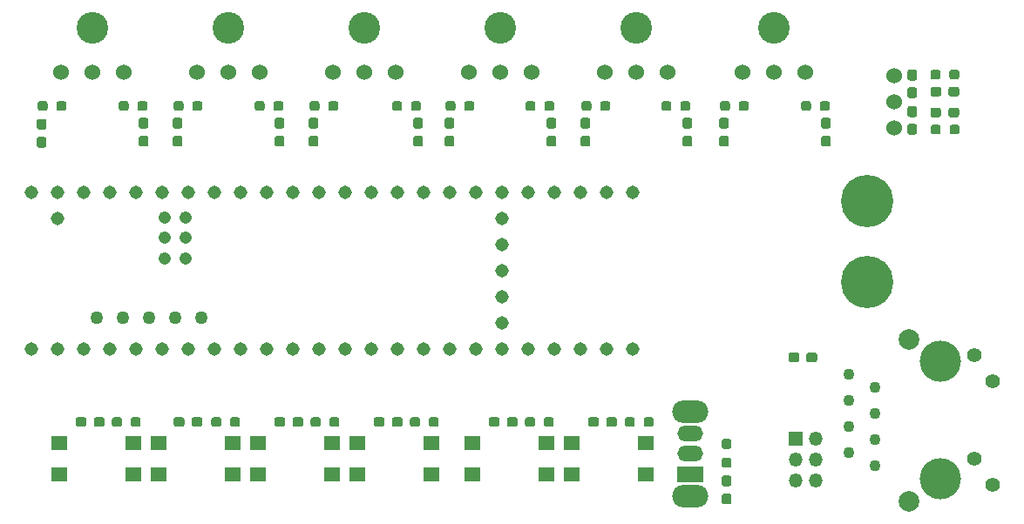
<source format=gbr>
%TF.GenerationSoftware,KiCad,Pcbnew,(5.1.10)-1*%
%TF.CreationDate,2022-02-22T15:52:28-06:00*%
%TF.ProjectId,Driveboard_2022,44726976-6562-46f6-9172-645f32303232,rev?*%
%TF.SameCoordinates,Original*%
%TF.FileFunction,Soldermask,Top*%
%TF.FilePolarity,Negative*%
%FSLAX46Y46*%
G04 Gerber Fmt 4.6, Leading zero omitted, Abs format (unit mm)*
G04 Created by KiCad (PCBNEW (5.1.10)-1) date 2022-02-22 15:52:28*
%MOMM*%
%LPD*%
G01*
G04 APERTURE LIST*
%ADD10C,1.308000*%
%ADD11C,1.258000*%
%ADD12C,1.208000*%
%ADD13C,1.100000*%
%ADD14C,4.000000*%
%ADD15C,1.400000*%
%ADD16C,2.000000*%
%ADD17O,1.350000X1.350000*%
%ADD18R,1.350000X1.350000*%
%ADD19C,1.524000*%
%ADD20R,1.600000X1.400000*%
%ADD21O,3.500000X2.200000*%
%ADD22O,2.500000X1.500000*%
%ADD23R,2.500000X1.500000*%
%ADD24C,5.080000*%
%ADD25C,3.073400*%
G04 APERTURE END LIST*
D10*
%TO.C,U2*%
X35814000Y-41148000D03*
X76454000Y-41148000D03*
X81534000Y-56388000D03*
X61214000Y-41148000D03*
X63754000Y-56388000D03*
X71374000Y-56388000D03*
X53594000Y-41148000D03*
X35814000Y-56388000D03*
X68834000Y-56388000D03*
X38354000Y-41148000D03*
X48514000Y-56388000D03*
X43434000Y-56388000D03*
X51054000Y-41148000D03*
X58674000Y-41148000D03*
D11*
X44704000Y-53338000D03*
D10*
X86614000Y-41148000D03*
X73914000Y-56388000D03*
X84074000Y-41148000D03*
X61214000Y-56388000D03*
X56134000Y-56388000D03*
X45974000Y-56388000D03*
D11*
X42164000Y-53338000D03*
D10*
X40894000Y-56388000D03*
X68834000Y-41148000D03*
X78994000Y-41148000D03*
D12*
X41164000Y-47598000D03*
D10*
X51054000Y-56388000D03*
X48514000Y-41148000D03*
X73914000Y-41148000D03*
X78994000Y-56388000D03*
X86614000Y-56388000D03*
X66294000Y-56388000D03*
X76454000Y-56388000D03*
X43434000Y-41148000D03*
X45974000Y-41148000D03*
D11*
X39624000Y-53338000D03*
D10*
X58674000Y-56388000D03*
X66294000Y-41148000D03*
D12*
X41164000Y-45598000D03*
D10*
X81534000Y-41148000D03*
X30734000Y-41148000D03*
X56134000Y-41148000D03*
D11*
X37084000Y-53338000D03*
D10*
X33274000Y-56388000D03*
D11*
X34544000Y-53338000D03*
D10*
X33274000Y-41148000D03*
X40894000Y-41148000D03*
X38354000Y-56388000D03*
X71374000Y-41148000D03*
X84074000Y-56388000D03*
X53594000Y-56388000D03*
X28194000Y-41148000D03*
X73914000Y-48768000D03*
D12*
X43164000Y-45598000D03*
D10*
X73914000Y-46228000D03*
X30734000Y-43688000D03*
X73914000Y-51308000D03*
X30734000Y-56388000D03*
D12*
X41164000Y-43598000D03*
D10*
X73914000Y-43688000D03*
D12*
X43164000Y-47598000D03*
X43164000Y-43598000D03*
D10*
X63754000Y-41148000D03*
X73914000Y-53848000D03*
X28194000Y-56388000D03*
%TD*%
D13*
%TO.C,J2*%
X107650000Y-58875200D03*
X107650000Y-61415200D03*
X107650000Y-63955200D03*
X107650000Y-66495200D03*
X110190000Y-60145200D03*
X110190000Y-62685200D03*
X110190000Y-65225200D03*
X110190000Y-67765200D03*
D14*
X116540000Y-57605200D03*
X116540000Y-69035200D03*
D15*
X121620000Y-59535200D03*
X119830000Y-67105200D03*
X119830000Y-56995200D03*
X121620000Y-69645200D03*
D16*
X113490000Y-71195200D03*
X113490000Y-55445200D03*
%TD*%
D17*
%TO.C,J1*%
X104457500Y-69151000D03*
X102457500Y-69151000D03*
X104457500Y-67151000D03*
X102457500Y-67151000D03*
X104457500Y-65151000D03*
D18*
X102457500Y-65151000D03*
%TD*%
%TO.C,C2*%
G36*
G01*
X103486000Y-57451000D02*
X103486000Y-56976000D01*
G75*
G02*
X103723500Y-56738500I237500J0D01*
G01*
X104323500Y-56738500D01*
G75*
G02*
X104561000Y-56976000I0J-237500D01*
G01*
X104561000Y-57451000D01*
G75*
G02*
X104323500Y-57688500I-237500J0D01*
G01*
X103723500Y-57688500D01*
G75*
G02*
X103486000Y-57451000I0J237500D01*
G01*
G37*
G36*
G01*
X101761000Y-57451000D02*
X101761000Y-56976000D01*
G75*
G02*
X101998500Y-56738500I237500J0D01*
G01*
X102598500Y-56738500D01*
G75*
G02*
X102836000Y-56976000I0J-237500D01*
G01*
X102836000Y-57451000D01*
G75*
G02*
X102598500Y-57688500I-237500J0D01*
G01*
X101998500Y-57688500D01*
G75*
G02*
X101761000Y-57451000I0J237500D01*
G01*
G37*
%TD*%
%TO.C,LED18*%
G36*
G01*
X92185500Y-34956000D02*
X91710500Y-34956000D01*
G75*
G02*
X91473000Y-34718500I0J237500D01*
G01*
X91473000Y-34143500D01*
G75*
G02*
X91710500Y-33906000I237500J0D01*
G01*
X92185500Y-33906000D01*
G75*
G02*
X92423000Y-34143500I0J-237500D01*
G01*
X92423000Y-34718500D01*
G75*
G02*
X92185500Y-34956000I-237500J0D01*
G01*
G37*
G36*
G01*
X92185500Y-36706000D02*
X91710500Y-36706000D01*
G75*
G02*
X91473000Y-36468500I0J237500D01*
G01*
X91473000Y-35893500D01*
G75*
G02*
X91710500Y-35656000I237500J0D01*
G01*
X92185500Y-35656000D01*
G75*
G02*
X92423000Y-35893500I0J-237500D01*
G01*
X92423000Y-36468500D01*
G75*
G02*
X92185500Y-36706000I-237500J0D01*
G01*
G37*
%TD*%
%TO.C,R18*%
G36*
G01*
X91253500Y-33003500D02*
X91253500Y-32528500D01*
G75*
G02*
X91491000Y-32291000I237500J0D01*
G01*
X91991000Y-32291000D01*
G75*
G02*
X92228500Y-32528500I0J-237500D01*
G01*
X92228500Y-33003500D01*
G75*
G02*
X91991000Y-33241000I-237500J0D01*
G01*
X91491000Y-33241000D01*
G75*
G02*
X91253500Y-33003500I0J237500D01*
G01*
G37*
G36*
G01*
X89428500Y-33003500D02*
X89428500Y-32528500D01*
G75*
G02*
X89666000Y-32291000I237500J0D01*
G01*
X90166000Y-32291000D01*
G75*
G02*
X90403500Y-32528500I0J-237500D01*
G01*
X90403500Y-33003500D01*
G75*
G02*
X90166000Y-33241000I-237500J0D01*
G01*
X89666000Y-33241000D01*
G75*
G02*
X89428500Y-33003500I0J237500D01*
G01*
G37*
%TD*%
D19*
%TO.C,U1*%
X112014000Y-34925000D03*
X112014000Y-32385000D03*
X112014000Y-29845000D03*
%TD*%
D20*
%TO.C,SW7*%
X87884000Y-65580000D03*
X80684000Y-65580000D03*
X87884000Y-68580000D03*
X80684000Y-68580000D03*
%TD*%
%TO.C,SW6*%
X67100000Y-65556000D03*
X59900000Y-65556000D03*
X67100000Y-68556000D03*
X59900000Y-68556000D03*
%TD*%
%TO.C,SW5*%
X47796000Y-65556000D03*
X40596000Y-65556000D03*
X47796000Y-68556000D03*
X40596000Y-68556000D03*
%TD*%
D21*
%TO.C,SW4*%
X92202000Y-62480000D03*
X92202000Y-70680000D03*
D22*
X92202000Y-64580000D03*
X92202000Y-66580000D03*
D23*
X92202000Y-68580000D03*
%TD*%
D20*
%TO.C,SW3*%
X78276000Y-65556000D03*
X71076000Y-65556000D03*
X78276000Y-68556000D03*
X71076000Y-68556000D03*
%TD*%
%TO.C,SW2*%
X57448000Y-65556000D03*
X50248000Y-65556000D03*
X57448000Y-68556000D03*
X50248000Y-68556000D03*
%TD*%
%TO.C,SW1*%
X38144000Y-65556000D03*
X30944000Y-65556000D03*
X38144000Y-68556000D03*
X30944000Y-68556000D03*
%TD*%
%TO.C,R21*%
G36*
G01*
X96095000Y-32528500D02*
X96095000Y-33003500D01*
G75*
G02*
X95857500Y-33241000I-237500J0D01*
G01*
X95357500Y-33241000D01*
G75*
G02*
X95120000Y-33003500I0J237500D01*
G01*
X95120000Y-32528500D01*
G75*
G02*
X95357500Y-32291000I237500J0D01*
G01*
X95857500Y-32291000D01*
G75*
G02*
X96095000Y-32528500I0J-237500D01*
G01*
G37*
G36*
G01*
X97920000Y-32528500D02*
X97920000Y-33003500D01*
G75*
G02*
X97682500Y-33241000I-237500J0D01*
G01*
X97182500Y-33241000D01*
G75*
G02*
X96945000Y-33003500I0J237500D01*
G01*
X96945000Y-32528500D01*
G75*
G02*
X97182500Y-32291000I237500J0D01*
G01*
X97682500Y-32291000D01*
G75*
G02*
X97920000Y-32528500I0J-237500D01*
G01*
G37*
%TD*%
%TO.C,R20*%
G36*
G01*
X104819000Y-33003500D02*
X104819000Y-32528500D01*
G75*
G02*
X105056500Y-32291000I237500J0D01*
G01*
X105556500Y-32291000D01*
G75*
G02*
X105794000Y-32528500I0J-237500D01*
G01*
X105794000Y-33003500D01*
G75*
G02*
X105556500Y-33241000I-237500J0D01*
G01*
X105056500Y-33241000D01*
G75*
G02*
X104819000Y-33003500I0J237500D01*
G01*
G37*
G36*
G01*
X102994000Y-33003500D02*
X102994000Y-32528500D01*
G75*
G02*
X103231500Y-32291000I237500J0D01*
G01*
X103731500Y-32291000D01*
G75*
G02*
X103969000Y-32528500I0J-237500D01*
G01*
X103969000Y-33003500D01*
G75*
G02*
X103731500Y-33241000I-237500J0D01*
G01*
X103231500Y-33241000D01*
G75*
G02*
X102994000Y-33003500I0J237500D01*
G01*
G37*
%TD*%
%TO.C,R19*%
G36*
G01*
X82633000Y-32528500D02*
X82633000Y-33003500D01*
G75*
G02*
X82395500Y-33241000I-237500J0D01*
G01*
X81895500Y-33241000D01*
G75*
G02*
X81658000Y-33003500I0J237500D01*
G01*
X81658000Y-32528500D01*
G75*
G02*
X81895500Y-32291000I237500J0D01*
G01*
X82395500Y-32291000D01*
G75*
G02*
X82633000Y-32528500I0J-237500D01*
G01*
G37*
G36*
G01*
X84458000Y-32528500D02*
X84458000Y-33003500D01*
G75*
G02*
X84220500Y-33241000I-237500J0D01*
G01*
X83720500Y-33241000D01*
G75*
G02*
X83483000Y-33003500I0J237500D01*
G01*
X83483000Y-32528500D01*
G75*
G02*
X83720500Y-32291000I237500J0D01*
G01*
X84220500Y-32291000D01*
G75*
G02*
X84458000Y-32528500I0J-237500D01*
G01*
G37*
%TD*%
%TO.C,R17*%
G36*
G01*
X69425000Y-32528500D02*
X69425000Y-33003500D01*
G75*
G02*
X69187500Y-33241000I-237500J0D01*
G01*
X68687500Y-33241000D01*
G75*
G02*
X68450000Y-33003500I0J237500D01*
G01*
X68450000Y-32528500D01*
G75*
G02*
X68687500Y-32291000I237500J0D01*
G01*
X69187500Y-32291000D01*
G75*
G02*
X69425000Y-32528500I0J-237500D01*
G01*
G37*
G36*
G01*
X71250000Y-32528500D02*
X71250000Y-33003500D01*
G75*
G02*
X71012500Y-33241000I-237500J0D01*
G01*
X70512500Y-33241000D01*
G75*
G02*
X70275000Y-33003500I0J237500D01*
G01*
X70275000Y-32528500D01*
G75*
G02*
X70512500Y-32291000I237500J0D01*
G01*
X71012500Y-32291000D01*
G75*
G02*
X71250000Y-32528500I0J-237500D01*
G01*
G37*
%TD*%
%TO.C,R16*%
G36*
G01*
X78045500Y-33003500D02*
X78045500Y-32528500D01*
G75*
G02*
X78283000Y-32291000I237500J0D01*
G01*
X78783000Y-32291000D01*
G75*
G02*
X79020500Y-32528500I0J-237500D01*
G01*
X79020500Y-33003500D01*
G75*
G02*
X78783000Y-33241000I-237500J0D01*
G01*
X78283000Y-33241000D01*
G75*
G02*
X78045500Y-33003500I0J237500D01*
G01*
G37*
G36*
G01*
X76220500Y-33003500D02*
X76220500Y-32528500D01*
G75*
G02*
X76458000Y-32291000I237500J0D01*
G01*
X76958000Y-32291000D01*
G75*
G02*
X77195500Y-32528500I0J-237500D01*
G01*
X77195500Y-33003500D01*
G75*
G02*
X76958000Y-33241000I-237500J0D01*
G01*
X76458000Y-33241000D01*
G75*
G02*
X76220500Y-33003500I0J237500D01*
G01*
G37*
%TD*%
%TO.C,R15*%
G36*
G01*
X56217000Y-32528500D02*
X56217000Y-33003500D01*
G75*
G02*
X55979500Y-33241000I-237500J0D01*
G01*
X55479500Y-33241000D01*
G75*
G02*
X55242000Y-33003500I0J237500D01*
G01*
X55242000Y-32528500D01*
G75*
G02*
X55479500Y-32291000I237500J0D01*
G01*
X55979500Y-32291000D01*
G75*
G02*
X56217000Y-32528500I0J-237500D01*
G01*
G37*
G36*
G01*
X58042000Y-32528500D02*
X58042000Y-33003500D01*
G75*
G02*
X57804500Y-33241000I-237500J0D01*
G01*
X57304500Y-33241000D01*
G75*
G02*
X57067000Y-33003500I0J237500D01*
G01*
X57067000Y-32528500D01*
G75*
G02*
X57304500Y-32291000I237500J0D01*
G01*
X57804500Y-32291000D01*
G75*
G02*
X58042000Y-32528500I0J-237500D01*
G01*
G37*
%TD*%
%TO.C,R14*%
G36*
G01*
X65091500Y-33003500D02*
X65091500Y-32528500D01*
G75*
G02*
X65329000Y-32291000I237500J0D01*
G01*
X65829000Y-32291000D01*
G75*
G02*
X66066500Y-32528500I0J-237500D01*
G01*
X66066500Y-33003500D01*
G75*
G02*
X65829000Y-33241000I-237500J0D01*
G01*
X65329000Y-33241000D01*
G75*
G02*
X65091500Y-33003500I0J237500D01*
G01*
G37*
G36*
G01*
X63266500Y-33003500D02*
X63266500Y-32528500D01*
G75*
G02*
X63504000Y-32291000I237500J0D01*
G01*
X64004000Y-32291000D01*
G75*
G02*
X64241500Y-32528500I0J-237500D01*
G01*
X64241500Y-33003500D01*
G75*
G02*
X64004000Y-33241000I-237500J0D01*
G01*
X63504000Y-33241000D01*
G75*
G02*
X63266500Y-33003500I0J237500D01*
G01*
G37*
%TD*%
%TO.C,R13*%
G36*
G01*
X43009000Y-32528500D02*
X43009000Y-33003500D01*
G75*
G02*
X42771500Y-33241000I-237500J0D01*
G01*
X42271500Y-33241000D01*
G75*
G02*
X42034000Y-33003500I0J237500D01*
G01*
X42034000Y-32528500D01*
G75*
G02*
X42271500Y-32291000I237500J0D01*
G01*
X42771500Y-32291000D01*
G75*
G02*
X43009000Y-32528500I0J-237500D01*
G01*
G37*
G36*
G01*
X44834000Y-32528500D02*
X44834000Y-33003500D01*
G75*
G02*
X44596500Y-33241000I-237500J0D01*
G01*
X44096500Y-33241000D01*
G75*
G02*
X43859000Y-33003500I0J237500D01*
G01*
X43859000Y-32528500D01*
G75*
G02*
X44096500Y-32291000I237500J0D01*
G01*
X44596500Y-32291000D01*
G75*
G02*
X44834000Y-32528500I0J-237500D01*
G01*
G37*
%TD*%
%TO.C,R12*%
G36*
G01*
X51733000Y-33003500D02*
X51733000Y-32528500D01*
G75*
G02*
X51970500Y-32291000I237500J0D01*
G01*
X52470500Y-32291000D01*
G75*
G02*
X52708000Y-32528500I0J-237500D01*
G01*
X52708000Y-33003500D01*
G75*
G02*
X52470500Y-33241000I-237500J0D01*
G01*
X51970500Y-33241000D01*
G75*
G02*
X51733000Y-33003500I0J237500D01*
G01*
G37*
G36*
G01*
X49908000Y-33003500D02*
X49908000Y-32528500D01*
G75*
G02*
X50145500Y-32291000I237500J0D01*
G01*
X50645500Y-32291000D01*
G75*
G02*
X50883000Y-32528500I0J-237500D01*
G01*
X50883000Y-33003500D01*
G75*
G02*
X50645500Y-33241000I-237500J0D01*
G01*
X50145500Y-33241000D01*
G75*
G02*
X49908000Y-33003500I0J237500D01*
G01*
G37*
%TD*%
%TO.C,R11*%
G36*
G01*
X29801000Y-32528500D02*
X29801000Y-33003500D01*
G75*
G02*
X29563500Y-33241000I-237500J0D01*
G01*
X29063500Y-33241000D01*
G75*
G02*
X28826000Y-33003500I0J237500D01*
G01*
X28826000Y-32528500D01*
G75*
G02*
X29063500Y-32291000I237500J0D01*
G01*
X29563500Y-32291000D01*
G75*
G02*
X29801000Y-32528500I0J-237500D01*
G01*
G37*
G36*
G01*
X31626000Y-32528500D02*
X31626000Y-33003500D01*
G75*
G02*
X31388500Y-33241000I-237500J0D01*
G01*
X30888500Y-33241000D01*
G75*
G02*
X30651000Y-33003500I0J237500D01*
G01*
X30651000Y-32528500D01*
G75*
G02*
X30888500Y-32291000I237500J0D01*
G01*
X31388500Y-32291000D01*
G75*
G02*
X31626000Y-32528500I0J-237500D01*
G01*
G37*
%TD*%
%TO.C,R10*%
G36*
G01*
X38525000Y-33003500D02*
X38525000Y-32528500D01*
G75*
G02*
X38762500Y-32291000I237500J0D01*
G01*
X39262500Y-32291000D01*
G75*
G02*
X39500000Y-32528500I0J-237500D01*
G01*
X39500000Y-33003500D01*
G75*
G02*
X39262500Y-33241000I-237500J0D01*
G01*
X38762500Y-33241000D01*
G75*
G02*
X38525000Y-33003500I0J237500D01*
G01*
G37*
G36*
G01*
X36700000Y-33003500D02*
X36700000Y-32528500D01*
G75*
G02*
X36937500Y-32291000I237500J0D01*
G01*
X37437500Y-32291000D01*
G75*
G02*
X37675000Y-32528500I0J-237500D01*
G01*
X37675000Y-33003500D01*
G75*
G02*
X37437500Y-33241000I-237500J0D01*
G01*
X36937500Y-33241000D01*
G75*
G02*
X36700000Y-33003500I0J237500D01*
G01*
G37*
%TD*%
%TO.C,R9*%
G36*
G01*
X117415500Y-35289500D02*
X117415500Y-34814500D01*
G75*
G02*
X117653000Y-34577000I237500J0D01*
G01*
X118153000Y-34577000D01*
G75*
G02*
X118390500Y-34814500I0J-237500D01*
G01*
X118390500Y-35289500D01*
G75*
G02*
X118153000Y-35527000I-237500J0D01*
G01*
X117653000Y-35527000D01*
G75*
G02*
X117415500Y-35289500I0J237500D01*
G01*
G37*
G36*
G01*
X115590500Y-35289500D02*
X115590500Y-34814500D01*
G75*
G02*
X115828000Y-34577000I237500J0D01*
G01*
X116328000Y-34577000D01*
G75*
G02*
X116565500Y-34814500I0J-237500D01*
G01*
X116565500Y-35289500D01*
G75*
G02*
X116328000Y-35527000I-237500J0D01*
G01*
X115828000Y-35527000D01*
G75*
G02*
X115590500Y-35289500I0J237500D01*
G01*
G37*
%TD*%
%TO.C,R8*%
G36*
G01*
X117392000Y-29955500D02*
X117392000Y-29480500D01*
G75*
G02*
X117629500Y-29243000I237500J0D01*
G01*
X118129500Y-29243000D01*
G75*
G02*
X118367000Y-29480500I0J-237500D01*
G01*
X118367000Y-29955500D01*
G75*
G02*
X118129500Y-30193000I-237500J0D01*
G01*
X117629500Y-30193000D01*
G75*
G02*
X117392000Y-29955500I0J237500D01*
G01*
G37*
G36*
G01*
X115567000Y-29955500D02*
X115567000Y-29480500D01*
G75*
G02*
X115804500Y-29243000I237500J0D01*
G01*
X116304500Y-29243000D01*
G75*
G02*
X116542000Y-29480500I0J-237500D01*
G01*
X116542000Y-29955500D01*
G75*
G02*
X116304500Y-30193000I-237500J0D01*
G01*
X115804500Y-30193000D01*
G75*
G02*
X115567000Y-29955500I0J237500D01*
G01*
G37*
%TD*%
%TO.C,R7*%
G36*
G01*
X87697500Y-63737500D02*
X87697500Y-63262500D01*
G75*
G02*
X87935000Y-63025000I237500J0D01*
G01*
X88435000Y-63025000D01*
G75*
G02*
X88672500Y-63262500I0J-237500D01*
G01*
X88672500Y-63737500D01*
G75*
G02*
X88435000Y-63975000I-237500J0D01*
G01*
X87935000Y-63975000D01*
G75*
G02*
X87697500Y-63737500I0J237500D01*
G01*
G37*
G36*
G01*
X85872500Y-63737500D02*
X85872500Y-63262500D01*
G75*
G02*
X86110000Y-63025000I237500J0D01*
G01*
X86610000Y-63025000D01*
G75*
G02*
X86847500Y-63262500I0J-237500D01*
G01*
X86847500Y-63737500D01*
G75*
G02*
X86610000Y-63975000I-237500J0D01*
G01*
X86110000Y-63975000D01*
G75*
G02*
X85872500Y-63737500I0J237500D01*
G01*
G37*
%TD*%
%TO.C,R6*%
G36*
G01*
X66822500Y-63737500D02*
X66822500Y-63262500D01*
G75*
G02*
X67060000Y-63025000I237500J0D01*
G01*
X67560000Y-63025000D01*
G75*
G02*
X67797500Y-63262500I0J-237500D01*
G01*
X67797500Y-63737500D01*
G75*
G02*
X67560000Y-63975000I-237500J0D01*
G01*
X67060000Y-63975000D01*
G75*
G02*
X66822500Y-63737500I0J237500D01*
G01*
G37*
G36*
G01*
X64997500Y-63737500D02*
X64997500Y-63262500D01*
G75*
G02*
X65235000Y-63025000I237500J0D01*
G01*
X65735000Y-63025000D01*
G75*
G02*
X65972500Y-63262500I0J-237500D01*
G01*
X65972500Y-63737500D01*
G75*
G02*
X65735000Y-63975000I-237500J0D01*
G01*
X65235000Y-63975000D01*
G75*
G02*
X64997500Y-63737500I0J237500D01*
G01*
G37*
%TD*%
%TO.C,R5*%
G36*
G01*
X47518500Y-63737500D02*
X47518500Y-63262500D01*
G75*
G02*
X47756000Y-63025000I237500J0D01*
G01*
X48256000Y-63025000D01*
G75*
G02*
X48493500Y-63262500I0J-237500D01*
G01*
X48493500Y-63737500D01*
G75*
G02*
X48256000Y-63975000I-237500J0D01*
G01*
X47756000Y-63975000D01*
G75*
G02*
X47518500Y-63737500I0J237500D01*
G01*
G37*
G36*
G01*
X45693500Y-63737500D02*
X45693500Y-63262500D01*
G75*
G02*
X45931000Y-63025000I237500J0D01*
G01*
X46431000Y-63025000D01*
G75*
G02*
X46668500Y-63262500I0J-237500D01*
G01*
X46668500Y-63737500D01*
G75*
G02*
X46431000Y-63975000I-237500J0D01*
G01*
X45931000Y-63975000D01*
G75*
G02*
X45693500Y-63737500I0J237500D01*
G01*
G37*
%TD*%
%TO.C,R4*%
G36*
G01*
X95995500Y-66123000D02*
X95520500Y-66123000D01*
G75*
G02*
X95283000Y-65885500I0J237500D01*
G01*
X95283000Y-65385500D01*
G75*
G02*
X95520500Y-65148000I237500J0D01*
G01*
X95995500Y-65148000D01*
G75*
G02*
X96233000Y-65385500I0J-237500D01*
G01*
X96233000Y-65885500D01*
G75*
G02*
X95995500Y-66123000I-237500J0D01*
G01*
G37*
G36*
G01*
X95995500Y-67948000D02*
X95520500Y-67948000D01*
G75*
G02*
X95283000Y-67710500I0J237500D01*
G01*
X95283000Y-67210500D01*
G75*
G02*
X95520500Y-66973000I237500J0D01*
G01*
X95995500Y-66973000D01*
G75*
G02*
X96233000Y-67210500I0J-237500D01*
G01*
X96233000Y-67710500D01*
G75*
G02*
X95995500Y-67948000I-237500J0D01*
G01*
G37*
%TD*%
%TO.C,R3*%
G36*
G01*
X77998500Y-63737500D02*
X77998500Y-63262500D01*
G75*
G02*
X78236000Y-63025000I237500J0D01*
G01*
X78736000Y-63025000D01*
G75*
G02*
X78973500Y-63262500I0J-237500D01*
G01*
X78973500Y-63737500D01*
G75*
G02*
X78736000Y-63975000I-237500J0D01*
G01*
X78236000Y-63975000D01*
G75*
G02*
X77998500Y-63737500I0J237500D01*
G01*
G37*
G36*
G01*
X76173500Y-63737500D02*
X76173500Y-63262500D01*
G75*
G02*
X76411000Y-63025000I237500J0D01*
G01*
X76911000Y-63025000D01*
G75*
G02*
X77148500Y-63262500I0J-237500D01*
G01*
X77148500Y-63737500D01*
G75*
G02*
X76911000Y-63975000I-237500J0D01*
G01*
X76411000Y-63975000D01*
G75*
G02*
X76173500Y-63737500I0J237500D01*
G01*
G37*
%TD*%
%TO.C,R2*%
G36*
G01*
X57170500Y-63737500D02*
X57170500Y-63262500D01*
G75*
G02*
X57408000Y-63025000I237500J0D01*
G01*
X57908000Y-63025000D01*
G75*
G02*
X58145500Y-63262500I0J-237500D01*
G01*
X58145500Y-63737500D01*
G75*
G02*
X57908000Y-63975000I-237500J0D01*
G01*
X57408000Y-63975000D01*
G75*
G02*
X57170500Y-63737500I0J237500D01*
G01*
G37*
G36*
G01*
X55345500Y-63737500D02*
X55345500Y-63262500D01*
G75*
G02*
X55583000Y-63025000I237500J0D01*
G01*
X56083000Y-63025000D01*
G75*
G02*
X56320500Y-63262500I0J-237500D01*
G01*
X56320500Y-63737500D01*
G75*
G02*
X56083000Y-63975000I-237500J0D01*
G01*
X55583000Y-63975000D01*
G75*
G02*
X55345500Y-63737500I0J237500D01*
G01*
G37*
%TD*%
%TO.C,R1*%
G36*
G01*
X37866500Y-63737500D02*
X37866500Y-63262500D01*
G75*
G02*
X38104000Y-63025000I237500J0D01*
G01*
X38604000Y-63025000D01*
G75*
G02*
X38841500Y-63262500I0J-237500D01*
G01*
X38841500Y-63737500D01*
G75*
G02*
X38604000Y-63975000I-237500J0D01*
G01*
X38104000Y-63975000D01*
G75*
G02*
X37866500Y-63737500I0J237500D01*
G01*
G37*
G36*
G01*
X36041500Y-63737500D02*
X36041500Y-63262500D01*
G75*
G02*
X36279000Y-63025000I237500J0D01*
G01*
X36779000Y-63025000D01*
G75*
G02*
X37016500Y-63262500I0J-237500D01*
G01*
X37016500Y-63737500D01*
G75*
G02*
X36779000Y-63975000I-237500J0D01*
G01*
X36279000Y-63975000D01*
G75*
G02*
X36041500Y-63737500I0J237500D01*
G01*
G37*
%TD*%
%TO.C,LED21*%
G36*
G01*
X95741500Y-34956000D02*
X95266500Y-34956000D01*
G75*
G02*
X95029000Y-34718500I0J237500D01*
G01*
X95029000Y-34143500D01*
G75*
G02*
X95266500Y-33906000I237500J0D01*
G01*
X95741500Y-33906000D01*
G75*
G02*
X95979000Y-34143500I0J-237500D01*
G01*
X95979000Y-34718500D01*
G75*
G02*
X95741500Y-34956000I-237500J0D01*
G01*
G37*
G36*
G01*
X95741500Y-36706000D02*
X95266500Y-36706000D01*
G75*
G02*
X95029000Y-36468500I0J237500D01*
G01*
X95029000Y-35893500D01*
G75*
G02*
X95266500Y-35656000I237500J0D01*
G01*
X95741500Y-35656000D01*
G75*
G02*
X95979000Y-35893500I0J-237500D01*
G01*
X95979000Y-36468500D01*
G75*
G02*
X95741500Y-36706000I-237500J0D01*
G01*
G37*
%TD*%
%TO.C,LED20*%
G36*
G01*
X105647500Y-34956000D02*
X105172500Y-34956000D01*
G75*
G02*
X104935000Y-34718500I0J237500D01*
G01*
X104935000Y-34143500D01*
G75*
G02*
X105172500Y-33906000I237500J0D01*
G01*
X105647500Y-33906000D01*
G75*
G02*
X105885000Y-34143500I0J-237500D01*
G01*
X105885000Y-34718500D01*
G75*
G02*
X105647500Y-34956000I-237500J0D01*
G01*
G37*
G36*
G01*
X105647500Y-36706000D02*
X105172500Y-36706000D01*
G75*
G02*
X104935000Y-36468500I0J237500D01*
G01*
X104935000Y-35893500D01*
G75*
G02*
X105172500Y-35656000I237500J0D01*
G01*
X105647500Y-35656000D01*
G75*
G02*
X105885000Y-35893500I0J-237500D01*
G01*
X105885000Y-36468500D01*
G75*
G02*
X105647500Y-36706000I-237500J0D01*
G01*
G37*
%TD*%
%TO.C,LED19*%
G36*
G01*
X82279500Y-34956000D02*
X81804500Y-34956000D01*
G75*
G02*
X81567000Y-34718500I0J237500D01*
G01*
X81567000Y-34143500D01*
G75*
G02*
X81804500Y-33906000I237500J0D01*
G01*
X82279500Y-33906000D01*
G75*
G02*
X82517000Y-34143500I0J-237500D01*
G01*
X82517000Y-34718500D01*
G75*
G02*
X82279500Y-34956000I-237500J0D01*
G01*
G37*
G36*
G01*
X82279500Y-36706000D02*
X81804500Y-36706000D01*
G75*
G02*
X81567000Y-36468500I0J237500D01*
G01*
X81567000Y-35893500D01*
G75*
G02*
X81804500Y-35656000I237500J0D01*
G01*
X82279500Y-35656000D01*
G75*
G02*
X82517000Y-35893500I0J-237500D01*
G01*
X82517000Y-36468500D01*
G75*
G02*
X82279500Y-36706000I-237500J0D01*
G01*
G37*
%TD*%
%TO.C,LED17*%
G36*
G01*
X69071500Y-34956000D02*
X68596500Y-34956000D01*
G75*
G02*
X68359000Y-34718500I0J237500D01*
G01*
X68359000Y-34143500D01*
G75*
G02*
X68596500Y-33906000I237500J0D01*
G01*
X69071500Y-33906000D01*
G75*
G02*
X69309000Y-34143500I0J-237500D01*
G01*
X69309000Y-34718500D01*
G75*
G02*
X69071500Y-34956000I-237500J0D01*
G01*
G37*
G36*
G01*
X69071500Y-36706000D02*
X68596500Y-36706000D01*
G75*
G02*
X68359000Y-36468500I0J237500D01*
G01*
X68359000Y-35893500D01*
G75*
G02*
X68596500Y-35656000I237500J0D01*
G01*
X69071500Y-35656000D01*
G75*
G02*
X69309000Y-35893500I0J-237500D01*
G01*
X69309000Y-36468500D01*
G75*
G02*
X69071500Y-36706000I-237500J0D01*
G01*
G37*
%TD*%
%TO.C,LED16*%
G36*
G01*
X78977500Y-34956000D02*
X78502500Y-34956000D01*
G75*
G02*
X78265000Y-34718500I0J237500D01*
G01*
X78265000Y-34143500D01*
G75*
G02*
X78502500Y-33906000I237500J0D01*
G01*
X78977500Y-33906000D01*
G75*
G02*
X79215000Y-34143500I0J-237500D01*
G01*
X79215000Y-34718500D01*
G75*
G02*
X78977500Y-34956000I-237500J0D01*
G01*
G37*
G36*
G01*
X78977500Y-36706000D02*
X78502500Y-36706000D01*
G75*
G02*
X78265000Y-36468500I0J237500D01*
G01*
X78265000Y-35893500D01*
G75*
G02*
X78502500Y-35656000I237500J0D01*
G01*
X78977500Y-35656000D01*
G75*
G02*
X79215000Y-35893500I0J-237500D01*
G01*
X79215000Y-36468500D01*
G75*
G02*
X78977500Y-36706000I-237500J0D01*
G01*
G37*
%TD*%
%TO.C,LED15*%
G36*
G01*
X55863500Y-34956000D02*
X55388500Y-34956000D01*
G75*
G02*
X55151000Y-34718500I0J237500D01*
G01*
X55151000Y-34143500D01*
G75*
G02*
X55388500Y-33906000I237500J0D01*
G01*
X55863500Y-33906000D01*
G75*
G02*
X56101000Y-34143500I0J-237500D01*
G01*
X56101000Y-34718500D01*
G75*
G02*
X55863500Y-34956000I-237500J0D01*
G01*
G37*
G36*
G01*
X55863500Y-36706000D02*
X55388500Y-36706000D01*
G75*
G02*
X55151000Y-36468500I0J237500D01*
G01*
X55151000Y-35893500D01*
G75*
G02*
X55388500Y-35656000I237500J0D01*
G01*
X55863500Y-35656000D01*
G75*
G02*
X56101000Y-35893500I0J-237500D01*
G01*
X56101000Y-36468500D01*
G75*
G02*
X55863500Y-36706000I-237500J0D01*
G01*
G37*
%TD*%
%TO.C,LED14*%
G36*
G01*
X66023500Y-34956000D02*
X65548500Y-34956000D01*
G75*
G02*
X65311000Y-34718500I0J237500D01*
G01*
X65311000Y-34143500D01*
G75*
G02*
X65548500Y-33906000I237500J0D01*
G01*
X66023500Y-33906000D01*
G75*
G02*
X66261000Y-34143500I0J-237500D01*
G01*
X66261000Y-34718500D01*
G75*
G02*
X66023500Y-34956000I-237500J0D01*
G01*
G37*
G36*
G01*
X66023500Y-36706000D02*
X65548500Y-36706000D01*
G75*
G02*
X65311000Y-36468500I0J237500D01*
G01*
X65311000Y-35893500D01*
G75*
G02*
X65548500Y-35656000I237500J0D01*
G01*
X66023500Y-35656000D01*
G75*
G02*
X66261000Y-35893500I0J-237500D01*
G01*
X66261000Y-36468500D01*
G75*
G02*
X66023500Y-36706000I-237500J0D01*
G01*
G37*
%TD*%
%TO.C,LED13*%
G36*
G01*
X42655500Y-34956000D02*
X42180500Y-34956000D01*
G75*
G02*
X41943000Y-34718500I0J237500D01*
G01*
X41943000Y-34143500D01*
G75*
G02*
X42180500Y-33906000I237500J0D01*
G01*
X42655500Y-33906000D01*
G75*
G02*
X42893000Y-34143500I0J-237500D01*
G01*
X42893000Y-34718500D01*
G75*
G02*
X42655500Y-34956000I-237500J0D01*
G01*
G37*
G36*
G01*
X42655500Y-36706000D02*
X42180500Y-36706000D01*
G75*
G02*
X41943000Y-36468500I0J237500D01*
G01*
X41943000Y-35893500D01*
G75*
G02*
X42180500Y-35656000I237500J0D01*
G01*
X42655500Y-35656000D01*
G75*
G02*
X42893000Y-35893500I0J-237500D01*
G01*
X42893000Y-36468500D01*
G75*
G02*
X42655500Y-36706000I-237500J0D01*
G01*
G37*
%TD*%
%TO.C,LED12*%
G36*
G01*
X52561500Y-34956000D02*
X52086500Y-34956000D01*
G75*
G02*
X51849000Y-34718500I0J237500D01*
G01*
X51849000Y-34143500D01*
G75*
G02*
X52086500Y-33906000I237500J0D01*
G01*
X52561500Y-33906000D01*
G75*
G02*
X52799000Y-34143500I0J-237500D01*
G01*
X52799000Y-34718500D01*
G75*
G02*
X52561500Y-34956000I-237500J0D01*
G01*
G37*
G36*
G01*
X52561500Y-36706000D02*
X52086500Y-36706000D01*
G75*
G02*
X51849000Y-36468500I0J237500D01*
G01*
X51849000Y-35893500D01*
G75*
G02*
X52086500Y-35656000I237500J0D01*
G01*
X52561500Y-35656000D01*
G75*
G02*
X52799000Y-35893500I0J-237500D01*
G01*
X52799000Y-36468500D01*
G75*
G02*
X52561500Y-36706000I-237500J0D01*
G01*
G37*
%TD*%
%TO.C,LED11*%
G36*
G01*
X29447500Y-35069000D02*
X28972500Y-35069000D01*
G75*
G02*
X28735000Y-34831500I0J237500D01*
G01*
X28735000Y-34256500D01*
G75*
G02*
X28972500Y-34019000I237500J0D01*
G01*
X29447500Y-34019000D01*
G75*
G02*
X29685000Y-34256500I0J-237500D01*
G01*
X29685000Y-34831500D01*
G75*
G02*
X29447500Y-35069000I-237500J0D01*
G01*
G37*
G36*
G01*
X29447500Y-36819000D02*
X28972500Y-36819000D01*
G75*
G02*
X28735000Y-36581500I0J237500D01*
G01*
X28735000Y-36006500D01*
G75*
G02*
X28972500Y-35769000I237500J0D01*
G01*
X29447500Y-35769000D01*
G75*
G02*
X29685000Y-36006500I0J-237500D01*
G01*
X29685000Y-36581500D01*
G75*
G02*
X29447500Y-36819000I-237500J0D01*
G01*
G37*
%TD*%
%TO.C,LED10*%
G36*
G01*
X39353500Y-34956000D02*
X38878500Y-34956000D01*
G75*
G02*
X38641000Y-34718500I0J237500D01*
G01*
X38641000Y-34143500D01*
G75*
G02*
X38878500Y-33906000I237500J0D01*
G01*
X39353500Y-33906000D01*
G75*
G02*
X39591000Y-34143500I0J-237500D01*
G01*
X39591000Y-34718500D01*
G75*
G02*
X39353500Y-34956000I-237500J0D01*
G01*
G37*
G36*
G01*
X39353500Y-36706000D02*
X38878500Y-36706000D01*
G75*
G02*
X38641000Y-36468500I0J237500D01*
G01*
X38641000Y-35893500D01*
G75*
G02*
X38878500Y-35656000I237500J0D01*
G01*
X39353500Y-35656000D01*
G75*
G02*
X39591000Y-35893500I0J-237500D01*
G01*
X39591000Y-36468500D01*
G75*
G02*
X39353500Y-36706000I-237500J0D01*
G01*
G37*
%TD*%
%TO.C,LED9*%
G36*
G01*
X117303000Y-33638500D02*
X117303000Y-33163500D01*
G75*
G02*
X117540500Y-32926000I237500J0D01*
G01*
X118115500Y-32926000D01*
G75*
G02*
X118353000Y-33163500I0J-237500D01*
G01*
X118353000Y-33638500D01*
G75*
G02*
X118115500Y-33876000I-237500J0D01*
G01*
X117540500Y-33876000D01*
G75*
G02*
X117303000Y-33638500I0J237500D01*
G01*
G37*
G36*
G01*
X115553000Y-33638500D02*
X115553000Y-33163500D01*
G75*
G02*
X115790500Y-32926000I237500J0D01*
G01*
X116365500Y-32926000D01*
G75*
G02*
X116603000Y-33163500I0J-237500D01*
G01*
X116603000Y-33638500D01*
G75*
G02*
X116365500Y-33876000I-237500J0D01*
G01*
X115790500Y-33876000D01*
G75*
G02*
X115553000Y-33638500I0J237500D01*
G01*
G37*
%TD*%
%TO.C,LED8*%
G36*
G01*
X117317000Y-31606500D02*
X117317000Y-31131500D01*
G75*
G02*
X117554500Y-30894000I237500J0D01*
G01*
X118129500Y-30894000D01*
G75*
G02*
X118367000Y-31131500I0J-237500D01*
G01*
X118367000Y-31606500D01*
G75*
G02*
X118129500Y-31844000I-237500J0D01*
G01*
X117554500Y-31844000D01*
G75*
G02*
X117317000Y-31606500I0J237500D01*
G01*
G37*
G36*
G01*
X115567000Y-31606500D02*
X115567000Y-31131500D01*
G75*
G02*
X115804500Y-30894000I237500J0D01*
G01*
X116379500Y-30894000D01*
G75*
G02*
X116617000Y-31131500I0J-237500D01*
G01*
X116617000Y-31606500D01*
G75*
G02*
X116379500Y-31844000I-237500J0D01*
G01*
X115804500Y-31844000D01*
G75*
G02*
X115567000Y-31606500I0J237500D01*
G01*
G37*
%TD*%
%TO.C,LED7*%
G36*
G01*
X84057000Y-63737500D02*
X84057000Y-63262500D01*
G75*
G02*
X84294500Y-63025000I237500J0D01*
G01*
X84869500Y-63025000D01*
G75*
G02*
X85107000Y-63262500I0J-237500D01*
G01*
X85107000Y-63737500D01*
G75*
G02*
X84869500Y-63975000I-237500J0D01*
G01*
X84294500Y-63975000D01*
G75*
G02*
X84057000Y-63737500I0J237500D01*
G01*
G37*
G36*
G01*
X82307000Y-63737500D02*
X82307000Y-63262500D01*
G75*
G02*
X82544500Y-63025000I237500J0D01*
G01*
X83119500Y-63025000D01*
G75*
G02*
X83357000Y-63262500I0J-237500D01*
G01*
X83357000Y-63737500D01*
G75*
G02*
X83119500Y-63975000I-237500J0D01*
G01*
X82544500Y-63975000D01*
G75*
G02*
X82307000Y-63737500I0J237500D01*
G01*
G37*
%TD*%
%TO.C,LED6*%
G36*
G01*
X63229000Y-63737500D02*
X63229000Y-63262500D01*
G75*
G02*
X63466500Y-63025000I237500J0D01*
G01*
X64041500Y-63025000D01*
G75*
G02*
X64279000Y-63262500I0J-237500D01*
G01*
X64279000Y-63737500D01*
G75*
G02*
X64041500Y-63975000I-237500J0D01*
G01*
X63466500Y-63975000D01*
G75*
G02*
X63229000Y-63737500I0J237500D01*
G01*
G37*
G36*
G01*
X61479000Y-63737500D02*
X61479000Y-63262500D01*
G75*
G02*
X61716500Y-63025000I237500J0D01*
G01*
X62291500Y-63025000D01*
G75*
G02*
X62529000Y-63262500I0J-237500D01*
G01*
X62529000Y-63737500D01*
G75*
G02*
X62291500Y-63975000I-237500J0D01*
G01*
X61716500Y-63975000D01*
G75*
G02*
X61479000Y-63737500I0J237500D01*
G01*
G37*
%TD*%
%TO.C,LED5*%
G36*
G01*
X43784000Y-63737500D02*
X43784000Y-63262500D01*
G75*
G02*
X44021500Y-63025000I237500J0D01*
G01*
X44596500Y-63025000D01*
G75*
G02*
X44834000Y-63262500I0J-237500D01*
G01*
X44834000Y-63737500D01*
G75*
G02*
X44596500Y-63975000I-237500J0D01*
G01*
X44021500Y-63975000D01*
G75*
G02*
X43784000Y-63737500I0J237500D01*
G01*
G37*
G36*
G01*
X42034000Y-63737500D02*
X42034000Y-63262500D01*
G75*
G02*
X42271500Y-63025000I237500J0D01*
G01*
X42846500Y-63025000D01*
G75*
G02*
X43084000Y-63262500I0J-237500D01*
G01*
X43084000Y-63737500D01*
G75*
G02*
X42846500Y-63975000I-237500J0D01*
G01*
X42271500Y-63975000D01*
G75*
G02*
X42034000Y-63737500I0J237500D01*
G01*
G37*
%TD*%
%TO.C,LED4*%
G36*
G01*
X95995500Y-69754000D02*
X95520500Y-69754000D01*
G75*
G02*
X95283000Y-69516500I0J237500D01*
G01*
X95283000Y-68941500D01*
G75*
G02*
X95520500Y-68704000I237500J0D01*
G01*
X95995500Y-68704000D01*
G75*
G02*
X96233000Y-68941500I0J-237500D01*
G01*
X96233000Y-69516500D01*
G75*
G02*
X95995500Y-69754000I-237500J0D01*
G01*
G37*
G36*
G01*
X95995500Y-71504000D02*
X95520500Y-71504000D01*
G75*
G02*
X95283000Y-71266500I0J237500D01*
G01*
X95283000Y-70691500D01*
G75*
G02*
X95520500Y-70454000I237500J0D01*
G01*
X95995500Y-70454000D01*
G75*
G02*
X96233000Y-70691500I0J-237500D01*
G01*
X96233000Y-71266500D01*
G75*
G02*
X95995500Y-71504000I-237500J0D01*
G01*
G37*
%TD*%
%TO.C,LED3*%
G36*
G01*
X74405000Y-63737500D02*
X74405000Y-63262500D01*
G75*
G02*
X74642500Y-63025000I237500J0D01*
G01*
X75217500Y-63025000D01*
G75*
G02*
X75455000Y-63262500I0J-237500D01*
G01*
X75455000Y-63737500D01*
G75*
G02*
X75217500Y-63975000I-237500J0D01*
G01*
X74642500Y-63975000D01*
G75*
G02*
X74405000Y-63737500I0J237500D01*
G01*
G37*
G36*
G01*
X72655000Y-63737500D02*
X72655000Y-63262500D01*
G75*
G02*
X72892500Y-63025000I237500J0D01*
G01*
X73467500Y-63025000D01*
G75*
G02*
X73705000Y-63262500I0J-237500D01*
G01*
X73705000Y-63737500D01*
G75*
G02*
X73467500Y-63975000I-237500J0D01*
G01*
X72892500Y-63975000D01*
G75*
G02*
X72655000Y-63737500I0J237500D01*
G01*
G37*
%TD*%
%TO.C,LED2*%
G36*
G01*
X53577000Y-63737500D02*
X53577000Y-63262500D01*
G75*
G02*
X53814500Y-63025000I237500J0D01*
G01*
X54389500Y-63025000D01*
G75*
G02*
X54627000Y-63262500I0J-237500D01*
G01*
X54627000Y-63737500D01*
G75*
G02*
X54389500Y-63975000I-237500J0D01*
G01*
X53814500Y-63975000D01*
G75*
G02*
X53577000Y-63737500I0J237500D01*
G01*
G37*
G36*
G01*
X51827000Y-63737500D02*
X51827000Y-63262500D01*
G75*
G02*
X52064500Y-63025000I237500J0D01*
G01*
X52639500Y-63025000D01*
G75*
G02*
X52877000Y-63262500I0J-237500D01*
G01*
X52877000Y-63737500D01*
G75*
G02*
X52639500Y-63975000I-237500J0D01*
G01*
X52064500Y-63975000D01*
G75*
G02*
X51827000Y-63737500I0J237500D01*
G01*
G37*
%TD*%
%TO.C,LED1*%
G36*
G01*
X34273000Y-63737500D02*
X34273000Y-63262500D01*
G75*
G02*
X34510500Y-63025000I237500J0D01*
G01*
X35085500Y-63025000D01*
G75*
G02*
X35323000Y-63262500I0J-237500D01*
G01*
X35323000Y-63737500D01*
G75*
G02*
X35085500Y-63975000I-237500J0D01*
G01*
X34510500Y-63975000D01*
G75*
G02*
X34273000Y-63737500I0J237500D01*
G01*
G37*
G36*
G01*
X32523000Y-63737500D02*
X32523000Y-63262500D01*
G75*
G02*
X32760500Y-63025000I237500J0D01*
G01*
X33335500Y-63025000D01*
G75*
G02*
X33573000Y-63262500I0J-237500D01*
G01*
X33573000Y-63737500D01*
G75*
G02*
X33335500Y-63975000I-237500J0D01*
G01*
X32760500Y-63975000D01*
G75*
G02*
X32523000Y-63737500I0J237500D01*
G01*
G37*
%TD*%
D24*
%TO.C,Conn13*%
X109448600Y-49911000D03*
X109448600Y-42037000D03*
%TD*%
D19*
%TO.C,Conn6*%
X103378000Y-29464000D03*
D25*
X100330000Y-25146000D03*
D19*
X100330000Y-29464000D03*
X97282000Y-29464000D03*
%TD*%
%TO.C,Conn5*%
X90043000Y-29464000D03*
D25*
X86995000Y-25146000D03*
D19*
X86995000Y-29464000D03*
X83947000Y-29464000D03*
%TD*%
%TO.C,Conn4*%
X76835000Y-29464000D03*
D25*
X73787000Y-25146000D03*
D19*
X73787000Y-29464000D03*
X70739000Y-29464000D03*
%TD*%
%TO.C,Conn3*%
X63627000Y-29464000D03*
D25*
X60579000Y-25146000D03*
D19*
X60579000Y-29464000D03*
X57531000Y-29464000D03*
%TD*%
%TO.C,Conn2*%
X50419000Y-29464000D03*
D25*
X47371000Y-25146000D03*
D19*
X47371000Y-29464000D03*
X44323000Y-29464000D03*
%TD*%
%TO.C,Conn1*%
X37211000Y-29464000D03*
D25*
X34163000Y-25146000D03*
D19*
X34163000Y-29464000D03*
X31115000Y-29464000D03*
%TD*%
%TO.C,C5*%
G36*
G01*
X113554500Y-30932000D02*
X114029500Y-30932000D01*
G75*
G02*
X114267000Y-31169500I0J-237500D01*
G01*
X114267000Y-31769500D01*
G75*
G02*
X114029500Y-32007000I-237500J0D01*
G01*
X113554500Y-32007000D01*
G75*
G02*
X113317000Y-31769500I0J237500D01*
G01*
X113317000Y-31169500D01*
G75*
G02*
X113554500Y-30932000I237500J0D01*
G01*
G37*
G36*
G01*
X113554500Y-29207000D02*
X114029500Y-29207000D01*
G75*
G02*
X114267000Y-29444500I0J-237500D01*
G01*
X114267000Y-30044500D01*
G75*
G02*
X114029500Y-30282000I-237500J0D01*
G01*
X113554500Y-30282000D01*
G75*
G02*
X113317000Y-30044500I0J237500D01*
G01*
X113317000Y-29444500D01*
G75*
G02*
X113554500Y-29207000I237500J0D01*
G01*
G37*
%TD*%
%TO.C,C1*%
G36*
G01*
X114029500Y-33838000D02*
X113554500Y-33838000D01*
G75*
G02*
X113317000Y-33600500I0J237500D01*
G01*
X113317000Y-33000500D01*
G75*
G02*
X113554500Y-32763000I237500J0D01*
G01*
X114029500Y-32763000D01*
G75*
G02*
X114267000Y-33000500I0J-237500D01*
G01*
X114267000Y-33600500D01*
G75*
G02*
X114029500Y-33838000I-237500J0D01*
G01*
G37*
G36*
G01*
X114029500Y-35563000D02*
X113554500Y-35563000D01*
G75*
G02*
X113317000Y-35325500I0J237500D01*
G01*
X113317000Y-34725500D01*
G75*
G02*
X113554500Y-34488000I237500J0D01*
G01*
X114029500Y-34488000D01*
G75*
G02*
X114267000Y-34725500I0J-237500D01*
G01*
X114267000Y-35325500D01*
G75*
G02*
X114029500Y-35563000I-237500J0D01*
G01*
G37*
%TD*%
M02*

</source>
